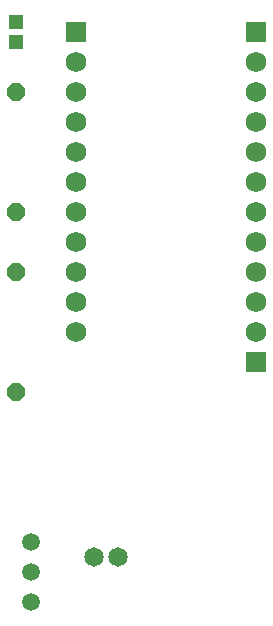
<source format=gts>
G75*
G70*
%OFA0B0*%
%FSLAX24Y24*%
%IPPOS*%
%LPD*%
%AMOC8*
5,1,8,0,0,1.08239X$1,22.5*
%
%ADD10R,0.0680X0.0680*%
%ADD11C,0.0680*%
%ADD12R,0.0474X0.0513*%
%ADD13OC8,0.0600*%
%ADD14C,0.0595*%
%ADD15C,0.0650*%
D10*
X041833Y020662D03*
X047833Y020662D03*
X047833Y009662D03*
D11*
X047833Y010662D03*
X047833Y011662D03*
X047833Y012662D03*
X047833Y013662D03*
X047833Y014662D03*
X047833Y015662D03*
X047833Y016662D03*
X047833Y017662D03*
X047833Y018662D03*
X047833Y019662D03*
X041833Y019662D03*
X041833Y018662D03*
X041833Y017662D03*
X041833Y016662D03*
X041833Y015662D03*
X041833Y014662D03*
X041833Y013662D03*
X041833Y012662D03*
X041833Y011662D03*
X041833Y010662D03*
D12*
X039833Y020328D03*
X039833Y020997D03*
D13*
X039833Y008662D03*
X039833Y012662D03*
X039833Y014662D03*
X039833Y018662D03*
D14*
X040333Y003662D03*
X040333Y002662D03*
X040333Y001662D03*
D15*
X042440Y003162D03*
X043227Y003162D03*
M02*

</source>
